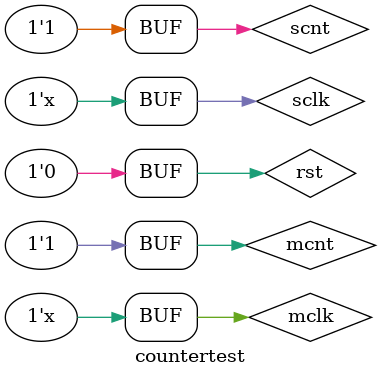
<source format=v>
`timescale 1ns / 1ps


module countertest;

	// Inputs
	reg sclk;
	reg mclk;
	reg scnt;
	reg mcnt;
	reg rst;

	// Outputs
	wire [3:0] second1;
	wire [3:0] second2;
	wire [3:0] minute1;
	wire [3:0] minute2;

	// Instantiate the Unit Under Test (UUT)
	counter uut (
		.sclk(sclk), 
		.mclk(mclk), 
		.scnt(scnt), 
		.mcnt(mcnt), 
		.rst(rst), 
		.second1(second1), 
		.second2(second2), 
		.minute1(minute1), 
		.minute2(minute2)
	);

	initial begin
		// Initialize Inputs
		sclk = 0;
		mclk = 0;
		scnt = 1;
		mcnt = 1;
		rst = 0;

		// Wait 100 ns for global reset to finish
		#100;
        
		// Add stimulus here

	end
      always sclk = #5 ~sclk;
		always mclk = #5 ~mclk;
endmodule


</source>
